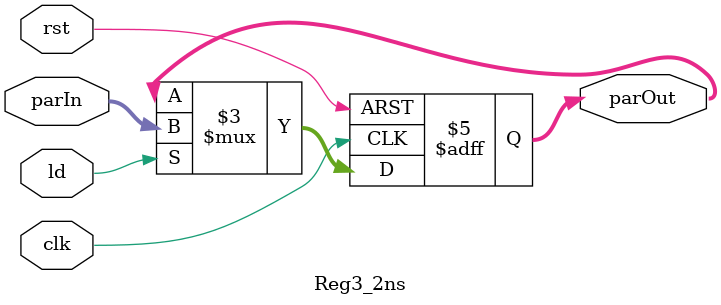
<source format=v>
`timescale 1ns/1ns
module Reg3_2ns(input clk, rst, ld, input [2:0] parIn, output reg [2:0] parOut);
    always @(posedge clk, posedge rst) begin
        #2
        if(rst) parOut = 3'b0;
        else if(ld) parOut = parIn;
        else parOut = parOut;
    end
endmodule
</source>
